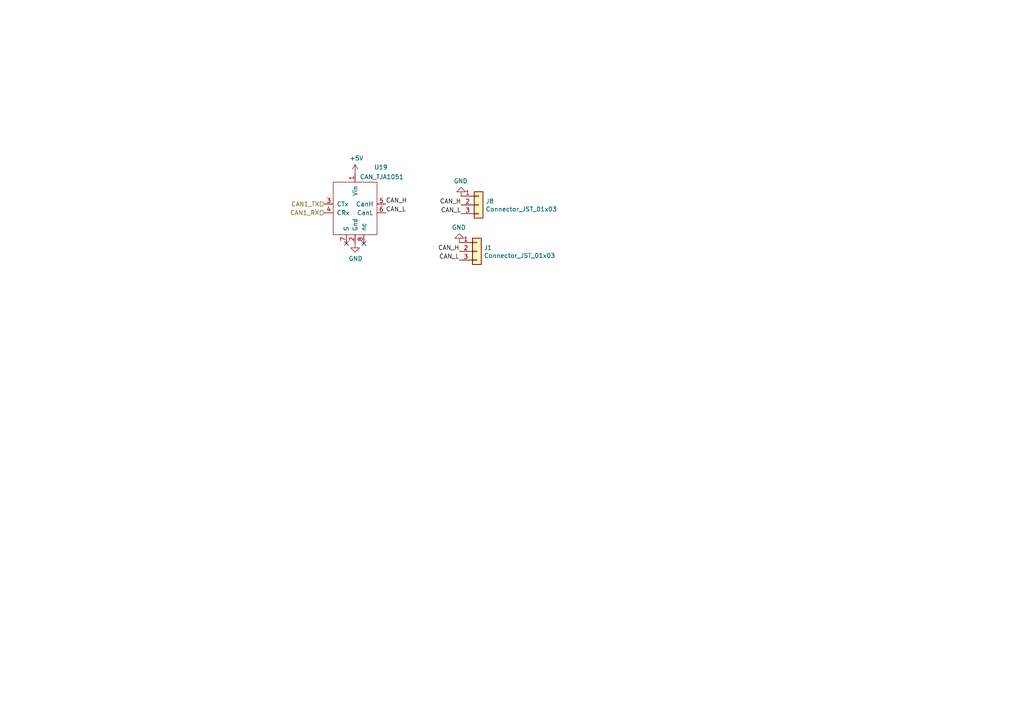
<source format=kicad_sch>
(kicad_sch (version 20231120) (generator "eeschema") (generator_version "8.0")
  (paper "A4")
  (lib_symbols
    (symbol "BC_Connectors:Connector_JST_01x03" (pin_names (offset 1.016) hide)
      (property "Reference" "J" (at 0 5.08 0))
      (property "Value" "Connector_JST_01x03" (at 0 -5.08 0))
      (symbol "Connector_JST_01x03_1_1"
        (rectangle (start -1.27 -2.413) (end 0 -2.667) (stroke (width 0.1524)))
        (rectangle (start -1.27 0.127) (end 0 -0.127) (stroke (width 0.1524)))
        (rectangle (start -1.27 2.667) (end 0 2.413) (stroke (width 0.1524)))
        (rectangle (start -1.27 3.81) (end 1.27 -3.81) (stroke (width 0.254)) (fill (type background)))
        (pin passive line (at -5.08 2.54 0) (length 3.81) (name "Pin_1") (number "1"))
        (pin passive line (at -5.08 0 0) (length 3.81) (name "Pin_2") (number "2"))
        (pin passive line (at -5.08 -2.54 0) (length 3.81) (name "Pin_3") (number "3"))
      )
    )
    (symbol "BC_IC_components:CAN_TJA1051" (pin_names (offset 1.016))
      (property "Reference" "U" (at -5.08 8.89 0))
      (property "Value" "CAN_TJA1051" (at 0 -15.24 0))
      (symbol "CAN_TJA1051_0_1"
        (rectangle (start -6.35 7.62) (end 6.35 -7.62))
      )
      (symbol "CAN_TJA1051_1_1"
        (pin input line (at 0 10.16 270) (length 2.54) (name "Vin") (number "1"))
        (pin input line (at 0 -10.16 90) (length 2.54) (name "Gnd") (number "2"))
        (pin input line (at -8.89 1.27 0) (length 2.54) (name "CTx") (number "3"))
        (pin input line (at -8.89 -1.27 0) (length 2.54) (name "CRx") (number "4"))
        (pin input line (at 8.89 1.27 180) (length 2.54) (name "CanH") (number "5"))
        (pin input line (at 8.89 -1.27 180) (length 2.54) (name "CanL") (number "6"))
        (pin input line (at -2.54 -10.16 90) (length 2.54) (name "S") (number "7"))
        (pin input line (at 2.54 -10.16 90) (length 2.54) (name "nc") (number "8"))
      )
    )
    (symbol "power:+5V" (power) (pin_names (offset 0))
      (property "Value" "+5V" (at 0 3.556 0))
      (symbol "+5V_0_1"
        (polyline (pts (xy -0.762 1.27) (xy 0 2.54)))
        (polyline (pts (xy 0 0) (xy 0 2.54)))
        (polyline (pts (xy 0 2.54) (xy 0.762 1.27)))
      )
      (symbol "+5V_1_1"
        (pin power_in line (at 0 0 90) (length 0) hide (name "+5V") (number "1"))
      )
    )
    (symbol "power:GND" (power) (pin_names (offset 0))
      (property "Value" "GND" (at 0 -3.81 0))
      (symbol "GND_0_1"
        (polyline (pts (xy 0 0) (xy 0 -1.27) (xy 1.27 -1.27) (xy 0 -2.54) (xy -1.27 -1.27) (xy 0 -1.27)))
      )
      (symbol "GND_1_1"
        (pin power_in line (at 0 0 270) (length 0) hide (name "GND") (number "1"))
      )
    )
  )
  (no_connect (at 100.457 70.612))
  (no_connect (at 105.537 70.612))
  (label "CAN_H" (at 111.887 59.182 0))
  (label "CAN_L" (at 111.887 61.722 0))
  (label "CAN_H" (at 133.223 72.898 180))
  (label "CAN_L" (at 133.731 61.976 180))
  (label "CAN_H" (at 133.731 59.436 180))
  (label "CAN_L" (at 133.223 75.438 180))
  (hierarchical_label "CAN1_TX" (shape input) (at 94.107 59.182 180))
  (hierarchical_label "CAN1_RX" (shape input) (at 94.107 61.722 180))
  (symbol (lib_id "BC_IC_components:CAN_TJA1051") (at 102.997 60.452 0) (unit 1)
    (property "Reference" "U19" (at 110.49 48.514 0))
    (property "Value" "CAN_TJA1051" (at 110.744 51.308 0))
    (property "Footprint" "BC_IC_components:CAN_TJA1051" (effects (hide yes)))
  )
  (symbol (lib_id "power:GND") (at 102.997 70.612 0) (unit 1)
    (property "Reference" "#PWR019" (effects (hide yes)))
    (property "Value" "GND" (at 103.124 75.0062 0))
  )
  (symbol (lib_id "power:+5V") (at 102.997 50.292 0) (unit 1)
    (property "Reference" "#PWR018" (effects (hide yes)))
    (property "Value" "+5V" (at 103.378 45.8978 0))
  )
  (symbol (lib_id "BC_Connectors:Connector_JST_01x03") (at 138.811 59.436 0) (unit 1)
    (property "Reference" "J8" (at 140.843 58.3692 0) (effects (justify left)))
    (property "Value" "Connector_JST_01x03" (at 140.843 60.6806 0) (effects (justify left)))
    (property "Footprint" "Connectors_JST:JST_XH_S03B-XH-A_03x2.50mm_Angled" (effects (hide yes)))
  )
  (symbol (lib_id "power:GND") (at 133.731 56.896 180) (unit 1)
    (property "Reference" "#PWR020" (effects (hide yes)))
    (property "Value" "GND" (at 133.604 52.5018 0))
  )
  (symbol (lib_id "BC_Connectors:Connector_JST_01x03") (at 138.303 72.898 0) (unit 1)
    (property "Reference" "J1" (at 140.335 71.8312 0) (effects (justify left)))
    (property "Value" "Connector_JST_01x03" (at 140.335 74.1426 0) (effects (justify left)))
    (property "Footprint" "Connectors_JST:JST_XH_S03B-XH-A_03x2.50mm_Angled" (effects (hide yes)))
  )
  (symbol (lib_id "power:GND") (at 133.223 70.358 180) (unit 1)
    (property "Reference" "#PWR024" (effects (hide yes)))
    (property "Value" "GND" (at 133.096 65.9638 0))
  )
)
</source>
